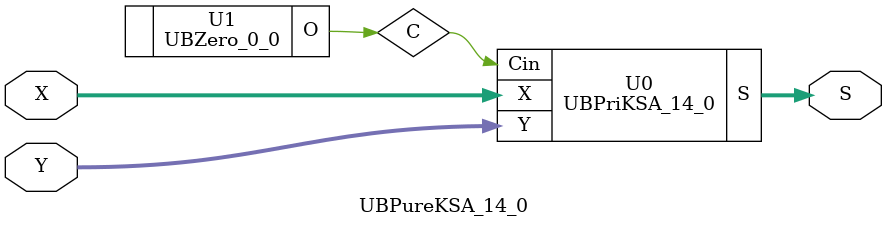
<source format=v>
/*----------------------------------------------------------------------------
  Copyright (c) 2021 Homma laboratory. All rights reserved.

  Top module: UBKSA_14_0_14_0

  Operand-1 length: 15
  Operand-2 length: 15
  Two-operand addition algorithm: Kogge-Stone adder
----------------------------------------------------------------------------*/

module GPGenerator(Go, Po, A, B);
  output Go;
  output Po;
  input A;
  input B;
  assign Go = A & B;
  assign Po = A ^ B;
endmodule

module CarryOperator(Go, Po, Gi1, Pi1, Gi2, Pi2);
  output Go;
  output Po;
  input Gi1;
  input Gi2;
  input Pi1;
  input Pi2;
  assign Go = Gi1 | ( Gi2 & Pi1 );
  assign Po = Pi1 & Pi2;
endmodule

module UBPriKSA_14_0(S, X, Y, Cin);
  output [15:0] S;
  input Cin;
  input [14:0] X;
  input [14:0] Y;
  wire [14:0] G0;
  wire [14:0] G1;
  wire [14:0] G2;
  wire [14:0] G3;
  wire [14:0] G4;
  wire [14:0] P0;
  wire [14:0] P1;
  wire [14:0] P2;
  wire [14:0] P3;
  wire [14:0] P4;
  assign P1[0] = P0[0];
  assign G1[0] = G0[0];
  assign P2[0] = P1[0];
  assign G2[0] = G1[0];
  assign P2[1] = P1[1];
  assign G2[1] = G1[1];
  assign P3[0] = P2[0];
  assign G3[0] = G2[0];
  assign P3[1] = P2[1];
  assign G3[1] = G2[1];
  assign P3[2] = P2[2];
  assign G3[2] = G2[2];
  assign P3[3] = P2[3];
  assign G3[3] = G2[3];
  assign P4[0] = P3[0];
  assign G4[0] = G3[0];
  assign P4[1] = P3[1];
  assign G4[1] = G3[1];
  assign P4[2] = P3[2];
  assign G4[2] = G3[2];
  assign P4[3] = P3[3];
  assign G4[3] = G3[3];
  assign P4[4] = P3[4];
  assign G4[4] = G3[4];
  assign P4[5] = P3[5];
  assign G4[5] = G3[5];
  assign P4[6] = P3[6];
  assign G4[6] = G3[6];
  assign P4[7] = P3[7];
  assign G4[7] = G3[7];
  assign S[0] = Cin ^ P0[0];
  assign S[1] = ( G4[0] | ( P4[0] & Cin ) ) ^ P0[1];
  assign S[2] = ( G4[1] | ( P4[1] & Cin ) ) ^ P0[2];
  assign S[3] = ( G4[2] | ( P4[2] & Cin ) ) ^ P0[3];
  assign S[4] = ( G4[3] | ( P4[3] & Cin ) ) ^ P0[4];
  assign S[5] = ( G4[4] | ( P4[4] & Cin ) ) ^ P0[5];
  assign S[6] = ( G4[5] | ( P4[5] & Cin ) ) ^ P0[6];
  assign S[7] = ( G4[6] | ( P4[6] & Cin ) ) ^ P0[7];
  assign S[8] = ( G4[7] | ( P4[7] & Cin ) ) ^ P0[8];
  assign S[9] = ( G4[8] | ( P4[8] & Cin ) ) ^ P0[9];
  assign S[10] = ( G4[9] | ( P4[9] & Cin ) ) ^ P0[10];
  assign S[11] = ( G4[10] | ( P4[10] & Cin ) ) ^ P0[11];
  assign S[12] = ( G4[11] | ( P4[11] & Cin ) ) ^ P0[12];
  assign S[13] = ( G4[12] | ( P4[12] & Cin ) ) ^ P0[13];
  assign S[14] = ( G4[13] | ( P4[13] & Cin ) ) ^ P0[14];
  assign S[15] = G4[14] | ( P4[14] & Cin );
  GPGenerator U0 (G0[0], P0[0], X[0], Y[0]);
  GPGenerator U1 (G0[1], P0[1], X[1], Y[1]);
  GPGenerator U2 (G0[2], P0[2], X[2], Y[2]);
  GPGenerator U3 (G0[3], P0[3], X[3], Y[3]);
  GPGenerator U4 (G0[4], P0[4], X[4], Y[4]);
  GPGenerator U5 (G0[5], P0[5], X[5], Y[5]);
  GPGenerator U6 (G0[6], P0[6], X[6], Y[6]);
  GPGenerator U7 (G0[7], P0[7], X[7], Y[7]);
  GPGenerator U8 (G0[8], P0[8], X[8], Y[8]);
  GPGenerator U9 (G0[9], P0[9], X[9], Y[9]);
  GPGenerator U10 (G0[10], P0[10], X[10], Y[10]);
  GPGenerator U11 (G0[11], P0[11], X[11], Y[11]);
  GPGenerator U12 (G0[12], P0[12], X[12], Y[12]);
  GPGenerator U13 (G0[13], P0[13], X[13], Y[13]);
  GPGenerator U14 (G0[14], P0[14], X[14], Y[14]);
  CarryOperator U15 (G1[1], P1[1], G0[1], P0[1], G0[0], P0[0]);
  CarryOperator U16 (G1[2], P1[2], G0[2], P0[2], G0[1], P0[1]);
  CarryOperator U17 (G1[3], P1[3], G0[3], P0[3], G0[2], P0[2]);
  CarryOperator U18 (G1[4], P1[4], G0[4], P0[4], G0[3], P0[3]);
  CarryOperator U19 (G1[5], P1[5], G0[5], P0[5], G0[4], P0[4]);
  CarryOperator U20 (G1[6], P1[6], G0[6], P0[6], G0[5], P0[5]);
  CarryOperator U21 (G1[7], P1[7], G0[7], P0[7], G0[6], P0[6]);
  CarryOperator U22 (G1[8], P1[8], G0[8], P0[8], G0[7], P0[7]);
  CarryOperator U23 (G1[9], P1[9], G0[9], P0[9], G0[8], P0[8]);
  CarryOperator U24 (G1[10], P1[10], G0[10], P0[10], G0[9], P0[9]);
  CarryOperator U25 (G1[11], P1[11], G0[11], P0[11], G0[10], P0[10]);
  CarryOperator U26 (G1[12], P1[12], G0[12], P0[12], G0[11], P0[11]);
  CarryOperator U27 (G1[13], P1[13], G0[13], P0[13], G0[12], P0[12]);
  CarryOperator U28 (G1[14], P1[14], G0[14], P0[14], G0[13], P0[13]);
  CarryOperator U29 (G2[2], P2[2], G1[2], P1[2], G1[0], P1[0]);
  CarryOperator U30 (G2[3], P2[3], G1[3], P1[3], G1[1], P1[1]);
  CarryOperator U31 (G2[4], P2[4], G1[4], P1[4], G1[2], P1[2]);
  CarryOperator U32 (G2[5], P2[5], G1[5], P1[5], G1[3], P1[3]);
  CarryOperator U33 (G2[6], P2[6], G1[6], P1[6], G1[4], P1[4]);
  CarryOperator U34 (G2[7], P2[7], G1[7], P1[7], G1[5], P1[5]);
  CarryOperator U35 (G2[8], P2[8], G1[8], P1[8], G1[6], P1[6]);
  CarryOperator U36 (G2[9], P2[9], G1[9], P1[9], G1[7], P1[7]);
  CarryOperator U37 (G2[10], P2[10], G1[10], P1[10], G1[8], P1[8]);
  CarryOperator U38 (G2[11], P2[11], G1[11], P1[11], G1[9], P1[9]);
  CarryOperator U39 (G2[12], P2[12], G1[12], P1[12], G1[10], P1[10]);
  CarryOperator U40 (G2[13], P2[13], G1[13], P1[13], G1[11], P1[11]);
  CarryOperator U41 (G2[14], P2[14], G1[14], P1[14], G1[12], P1[12]);
  CarryOperator U42 (G3[4], P3[4], G2[4], P2[4], G2[0], P2[0]);
  CarryOperator U43 (G3[5], P3[5], G2[5], P2[5], G2[1], P2[1]);
  CarryOperator U44 (G3[6], P3[6], G2[6], P2[6], G2[2], P2[2]);
  CarryOperator U45 (G3[7], P3[7], G2[7], P2[7], G2[3], P2[3]);
  CarryOperator U46 (G3[8], P3[8], G2[8], P2[8], G2[4], P2[4]);
  CarryOperator U47 (G3[9], P3[9], G2[9], P2[9], G2[5], P2[5]);
  CarryOperator U48 (G3[10], P3[10], G2[10], P2[10], G2[6], P2[6]);
  CarryOperator U49 (G3[11], P3[11], G2[11], P2[11], G2[7], P2[7]);
  CarryOperator U50 (G3[12], P3[12], G2[12], P2[12], G2[8], P2[8]);
  CarryOperator U51 (G3[13], P3[13], G2[13], P2[13], G2[9], P2[9]);
  CarryOperator U52 (G3[14], P3[14], G2[14], P2[14], G2[10], P2[10]);
  CarryOperator U53 (G4[8], P4[8], G3[8], P3[8], G3[0], P3[0]);
  CarryOperator U54 (G4[9], P4[9], G3[9], P3[9], G3[1], P3[1]);
  CarryOperator U55 (G4[10], P4[10], G3[10], P3[10], G3[2], P3[2]);
  CarryOperator U56 (G4[11], P4[11], G3[11], P3[11], G3[3], P3[3]);
  CarryOperator U57 (G4[12], P4[12], G3[12], P3[12], G3[4], P3[4]);
  CarryOperator U58 (G4[13], P4[13], G3[13], P3[13], G3[5], P3[5]);
  CarryOperator U59 (G4[14], P4[14], G3[14], P3[14], G3[6], P3[6]);
endmodule

module UBZero_0_0(O);
  output [0:0] O;
  assign O[0] = 0;
endmodule

module UBKSA_14_0_14_0 (S, X, Y);
  output [15:0] S;
  input [14:0] X;
  input [14:0] Y;
  UBPureKSA_14_0 U0 (S[15:0], X[14:0], Y[14:0]);
endmodule

module UBPureKSA_14_0 (S, X, Y);
  output [15:0] S;
  input [14:0] X;
  input [14:0] Y;
  wire C;
  UBPriKSA_14_0 U0 (S, X, Y, C);
  UBZero_0_0 U1 (C);
endmodule


</source>
